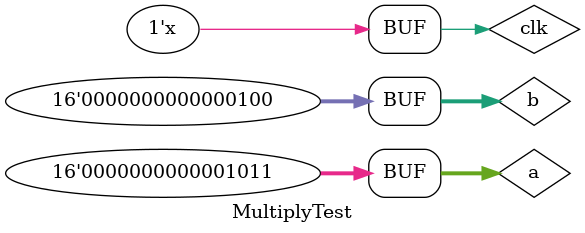
<source format=v>
`timescale 1ns / 1ps


module MultiplyTest;

	// Inputs
	reg clk;
	reg [15:0] a;
	reg [15:0] b;

	// Outputs
	wire [31:0] r;
	wire validity;

	// Instantiate the Unit Under Test (UUT)
	Multiplier uut (
		.clk(clk), 
		.a(a), 
		.b(b), 
		.r(r), 
		.validity(validity)
	);

	initial begin
		// Initialize Inputs
		clk = 0;
		a = 11;
		b = 4;

		// Wait 100 ns for global reset to finish
		#100;
    //  a = 3;
	//	b = 4;
		// Add stimulus here

	end
      
		
	always begin
		 #10;
		 clk = ~clk;
   end		

endmodule


</source>
